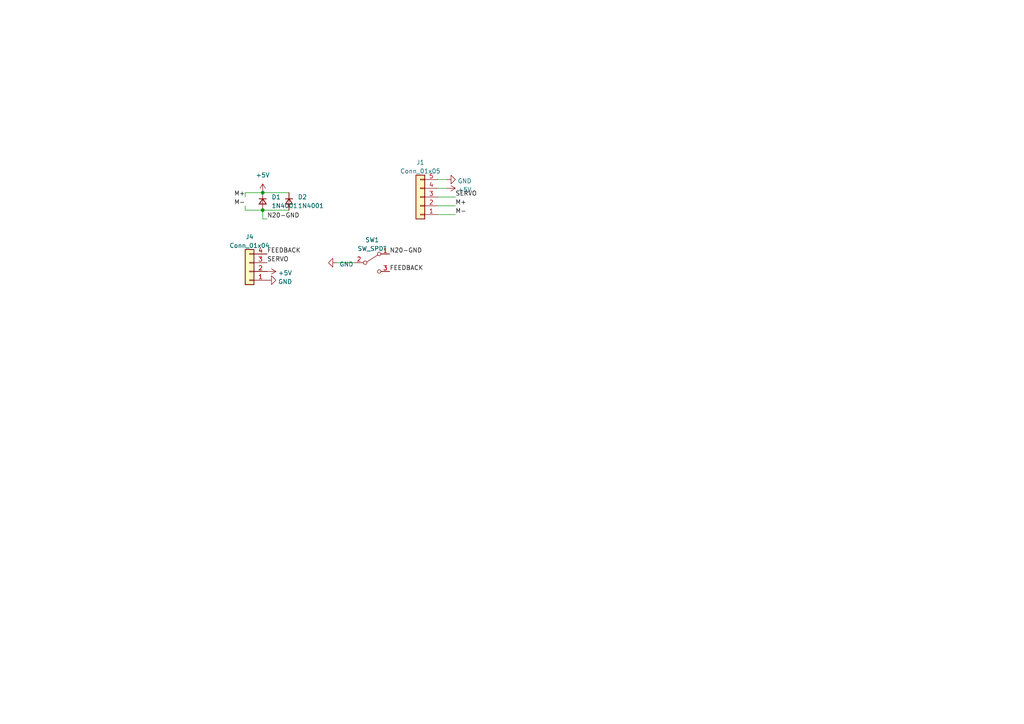
<source format=kicad_sch>
(kicad_sch (version 20211123) (generator eeschema)
  (paper "A4")
  (lib_symbols
    (symbol "Connector_Generic:Conn_01x04" (pin_names (offset 1.016) hide)
      (property "Reference" "J" (at 0 5.08 0))
      (property "Value" "Conn_01x04" (at 0 -7.62 0))
      (symbol "Conn_01x04_1_1"
        (rectangle (start -1.27 -4.953) (end 0 -5.207) (stroke (width 0.1524)))
        (rectangle (start -1.27 -2.413) (end 0 -2.667) (stroke (width 0.1524)))
        (rectangle (start -1.27 0.127) (end 0 -0.127) (stroke (width 0.1524)))
        (rectangle (start -1.27 2.667) (end 0 2.413) (stroke (width 0.1524)))
        (rectangle (start -1.27 3.81) (end 1.27 -6.35) (stroke (width 0.254)) (fill (type background)))
        (pin passive line (at -5.08 2.54 0) (length 3.81) (name "Pin_1") (number "1"))
        (pin passive line (at -5.08 0 0) (length 3.81) (name "Pin_2") (number "2"))
        (pin passive line (at -5.08 -2.54 0) (length 3.81) (name "Pin_3") (number "3"))
        (pin passive line (at -5.08 -5.08 0) (length 3.81) (name "Pin_4") (number "4"))
      )
    )
    (symbol "Connector_Generic:Conn_01x05" (pin_names (offset 1.016) hide)
      (property "Reference" "J" (at 0 7.62 0))
      (property "Value" "Conn_01x05" (at 0 -7.62 0))
      (symbol "Conn_01x05_1_1"
        (rectangle (start -1.27 -4.953) (end 0 -5.207) (stroke (width 0.1524)))
        (rectangle (start -1.27 -2.413) (end 0 -2.667) (stroke (width 0.1524)))
        (rectangle (start -1.27 0.127) (end 0 -0.127) (stroke (width 0.1524)))
        (rectangle (start -1.27 2.667) (end 0 2.413) (stroke (width 0.1524)))
        (rectangle (start -1.27 5.207) (end 0 4.953) (stroke (width 0.1524)))
        (rectangle (start -1.27 6.35) (end 1.27 -6.35) (stroke (width 0.254)) (fill (type background)))
        (pin passive line (at -5.08 5.08 0) (length 3.81) (name "Pin_1") (number "1"))
        (pin passive line (at -5.08 2.54 0) (length 3.81) (name "Pin_2") (number "2"))
        (pin passive line (at -5.08 0 0) (length 3.81) (name "Pin_3") (number "3"))
        (pin passive line (at -5.08 -2.54 0) (length 3.81) (name "Pin_4") (number "4"))
        (pin passive line (at -5.08 -5.08 0) (length 3.81) (name "Pin_5") (number "5"))
      )
    )
    (symbol "Device:D_Small" (pin_numbers hide) (pin_names (offset 0.254) hide)
      (property "Reference" "D" (at -1.27 2.032 0))
      (property "Value" "D_Small" (at -3.81 -2.032 0))
      (symbol "D_Small_0_1"
        (polyline (pts (xy -0.762 -1.016) (xy -0.762 1.016)) (stroke (width 0.254)))
        (polyline (pts (xy -0.762 0) (xy 0.762 0)))
        (polyline (pts (xy 0.762 -1.016) (xy -0.762 0) (xy 0.762 1.016) (xy 0.762 -1.016)) (stroke (width 0.254)))
      )
      (symbol "D_Small_1_1"
        (pin passive line (at -2.54 0 0) (length 1.778) (name "K") (number "1"))
        (pin passive line (at 2.54 0 180) (length 1.778) (name "A") (number "2"))
      )
    )
    (symbol "Switch:SW_SPDT" (pin_names (offset 0) hide)
      (property "Reference" "SW" (at 0 4.318 0))
      (property "Value" "SW_SPDT" (at 0 -5.08 0))
      (symbol "SW_SPDT_0_0"
        (circle (center -2.032 0) (radius 0.508))
        (circle (center 2.032 -2.54) (radius 0.508))
      )
      (symbol "SW_SPDT_0_1"
        (polyline (pts (xy -1.524 0.254) (xy 1.651 2.286)))
        (circle (center 2.032 2.54) (radius 0.508))
      )
      (symbol "SW_SPDT_1_1"
        (pin passive line (at 5.08 2.54 180) (length 2.54) (name "A") (number "1"))
        (pin passive line (at -5.08 0 0) (length 2.54) (name "B") (number "2"))
        (pin passive line (at 5.08 -2.54 180) (length 2.54) (name "C") (number "3"))
      )
    )
    (symbol "power:+5V" (power) (pin_names (offset 0))
      (property "Value" "+5V" (at 0 3.556 0))
      (symbol "+5V_0_1"
        (polyline (pts (xy -0.762 1.27) (xy 0 2.54)))
        (polyline (pts (xy 0 0) (xy 0 2.54)))
        (polyline (pts (xy 0 2.54) (xy 0.762 1.27)))
      )
      (symbol "+5V_1_1"
        (pin power_in line (at 0 0 90) (length 0) hide (name "+5V") (number "1"))
      )
    )
    (symbol "power:GND" (power) (pin_names (offset 0))
      (property "Value" "GND" (at 0 -3.81 0))
      (symbol "GND_0_1"
        (polyline (pts (xy 0 0) (xy 0 -1.27) (xy 1.27 -1.27) (xy 0 -2.54) (xy -1.27 -1.27) (xy 0 -1.27)))
      )
      (symbol "GND_1_1"
        (pin power_in line (at 0 0 270) (length 0) hide (name "GND") (number "1"))
      )
    )
  )
  (junction (at 76.2 60.96))
  (junction (at 76.2 55.88))
  (wire (pts (xy 127 57.15) (xy 132.08 57.15)))
  (wire (pts (xy 71.12 59.69) (xy 71.12 60.96)))
  (wire (pts (xy 71.12 60.96) (xy 76.2 60.96)))
  (wire (pts (xy 76.2 60.96) (xy 83.82 60.96)))
  (wire (pts (xy 127 54.61) (xy 129.54 54.61)))
  (wire (pts (xy 97.79 76.2) (xy 102.87 76.2)))
  (wire (pts (xy 76.2 60.96) (xy 76.2 63.5)))
  (wire (pts (xy 127 52.07) (xy 129.54 52.07)))
  (wire (pts (xy 76.2 63.5) (xy 77.47 63.5)))
  (wire (pts (xy 76.2 55.88) (xy 83.82 55.88)))
  (wire (pts (xy 76.2 55.88) (xy 71.12 55.88)))
  (wire (pts (xy 71.12 55.88) (xy 71.12 57.15)))
  (wire (pts (xy 127 62.23) (xy 132.08 62.23)))
  (wire (pts (xy 127 59.69) (xy 132.08 59.69)))
  (label "M-" (at 132.08 62.23 0))
  (label "M-" (at 71.12 59.69 180))
  (label "M+" (at 71.12 57.15 180))
  (label "M+" (at 132.08 59.69 0))
  (label "SERVO" (at 77.47 76.2 0))
  (label "N20-GND" (at 113.03 73.66 0))
  (label "N20-GND" (at 77.47 63.5 0))
  (label "SERVO" (at 132.08 57.15 0))
  (label "FEEDBACK" (at 113.03 78.74 0))
  (label "FEEDBACK" (at 77.47 73.66 0))
  (symbol (lib_id "Connector_Generic:Conn_01x05") (at 121.92 57.15 180) (unit 1)
    (property "Reference" "J1" (at 121.92 47.1002 0))
    (property "Value" "Conn_01x05" (at 121.92 49.6371 0))
    (property "Footprint" "PinsClean:PinSocket_1x05_P2.54mm_Vertical_Clean_Locking" (effects hide))
  )
  (symbol (lib_id "power:+5V") (at 77.47 78.74 270) (unit 1)
    (property "Reference" "#PWR0101" (effects hide))
    (property "Value" "+5V" (at 80.645 79.1738 90) (effects (justify left)))
  )
  (symbol (lib_id "Switch:SW_SPDT") (at 107.95 76.2 0) (unit 1)
    (property "Reference" "SW1" (at 107.95 69.5792 0))
    (property "Value" "SW_SPDT" (at 107.95 72.1161 0))
    (property "Footprint" "Microswitch:Microswitch" (effects hide))
  )
  (symbol (lib_id "Device:D_Small") (at 76.2 58.42 270) (unit 1)
    (property "Reference" "D1" (at 78.74 57.1499 90) (effects (justify left)))
    (property "Value" "1N4001" (at 78.74 59.6899 90) (effects (justify left)))
    (property "Footprint" "Diode_SMD:D_SMA-SMB_Universal_Handsoldering" (effects hide))
  )
  (symbol (lib_id "power:GND") (at 77.47 81.28 90) (unit 1)
    (property "Reference" "#PWR0102" (effects hide))
    (property "Value" "GND" (at 80.645 81.7138 90) (effects (justify right)))
  )
  (symbol (lib_id "power:GND") (at 97.79 76.2 270) (unit 1)
    (property "Reference" "#PWR0103" (effects hide))
    (property "Value" "GND" (at 98.425 76.6338 90) (effects (justify left)))
  )
  (symbol (lib_id "Device:D_Small") (at 83.82 58.42 270) (unit 1)
    (property "Reference" "D2" (at 86.36 57.1499 90) (effects (justify left)))
    (property "Value" "1N4001" (at 86.36 59.6899 90) (effects (justify left)))
    (property "Footprint" "Diode_THT:D_A-405_P7.62mm_Horizontal" (effects hide))
  )
  (symbol (lib_id "power:GND") (at 129.54 52.07 90) (unit 1)
    (property "Reference" "#PWR05" (effects hide))
    (property "Value" "GND" (at 132.715 52.5038 90) (effects (justify right)))
  )
  (symbol (lib_id "Connector_Generic:Conn_01x04") (at 72.39 78.74 180) (unit 1)
    (property "Reference" "J4" (at 72.39 68.6902 0))
    (property "Value" "Conn_01x04" (at 72.39 71.2271 0))
    (property "Footprint" "PinsClean:PinSocket_1x04_P2.54mm_Vertical_Clean" (effects hide))
  )
  (symbol (lib_id "power:+5V") (at 76.2 55.88 0) (unit 1)
    (property "Reference" "#PWR03" (effects hide))
    (property "Value" "+5V" (at 76.2 50.8 0))
  )
  (symbol (lib_id "power:+5V") (at 129.54 54.61 270) (unit 1)
    (property "Reference" "#PWR04" (effects hide))
    (property "Value" "+5V" (at 132.715 55.0438 90) (effects (justify left)))
  )
)
</source>
